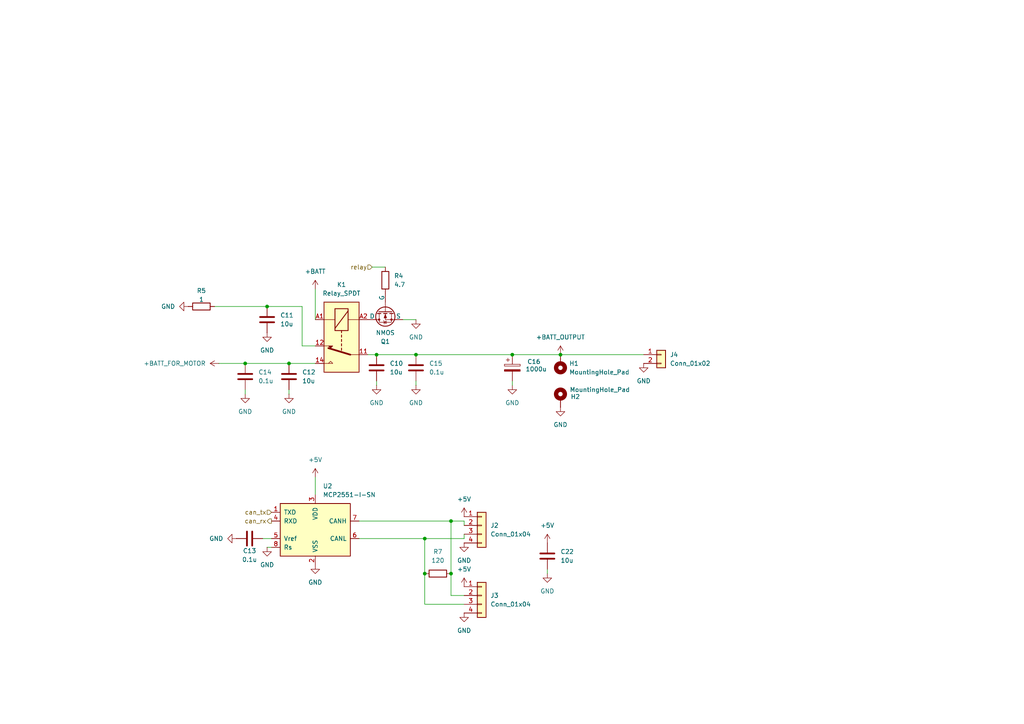
<source format=kicad_sch>
(kicad_sch (version 20231120) (generator "eeschema") (generator_version "8.0")
  (paper "A4")
  (lib_symbols
    (symbol "Connector_Generic:Conn_01x02" (pin_names (offset 1.016) hide)
      (property "Reference" "J" (at 0 2.54 0))
      (property "Value" "Conn_01x02" (at 0 -5.08 0))
      (symbol "Conn_01x02_1_1"
        (rectangle (start -1.27 -2.413) (end 0 -2.667) (stroke (width 0.1524)))
        (rectangle (start -1.27 0.127) (end 0 -0.127) (stroke (width 0.1524)))
        (rectangle (start -1.27 1.27) (end 1.27 -3.81) (stroke (width 0.254)) (fill (type background)))
        (pin passive line (at -5.08 0 0) (length 3.81) (name "Pin_1") (number "1"))
        (pin passive line (at -5.08 -2.54 0) (length 3.81) (name "Pin_2") (number "2"))
      )
    )
    (symbol "Connector_Generic:Conn_01x04" (pin_names (offset 1.016) hide)
      (property "Reference" "J" (at 0 5.08 0))
      (property "Value" "Conn_01x04" (at 0 -7.62 0))
      (symbol "Conn_01x04_1_1"
        (rectangle (start -1.27 -4.953) (end 0 -5.207) (stroke (width 0.1524)))
        (rectangle (start -1.27 -2.413) (end 0 -2.667) (stroke (width 0.1524)))
        (rectangle (start -1.27 0.127) (end 0 -0.127) (stroke (width 0.1524)))
        (rectangle (start -1.27 2.667) (end 0 2.413) (stroke (width 0.1524)))
        (rectangle (start -1.27 3.81) (end 1.27 -6.35) (stroke (width 0.254)) (fill (type background)))
        (pin passive line (at -5.08 2.54 0) (length 3.81) (name "Pin_1") (number "1"))
        (pin passive line (at -5.08 0 0) (length 3.81) (name "Pin_2") (number "2"))
        (pin passive line (at -5.08 -2.54 0) (length 3.81) (name "Pin_3") (number "3"))
        (pin passive line (at -5.08 -5.08 0) (length 3.81) (name "Pin_4") (number "4"))
      )
    )
    (symbol "Device:C" (pin_numbers hide) (pin_names (offset 0.254))
      (property "Reference" "C" (at 0.635 2.54 0))
      (property "Value" "C" (at 0.635 -2.54 0))
      (symbol "C_0_1"
        (polyline (pts (xy -2.032 -0.762) (xy 2.032 -0.762)) (stroke (width 0.508)))
        (polyline (pts (xy -2.032 0.762) (xy 2.032 0.762)) (stroke (width 0.508)))
      )
      (symbol "C_1_1"
        (pin passive line (at 0 3.81 270) (length 2.794) (name "~") (number "1"))
        (pin passive line (at 0 -3.81 90) (length 2.794) (name "~") (number "2"))
      )
    )
    (symbol "Device:C_Polarized" (pin_numbers hide) (pin_names (offset 0.254))
      (property "Reference" "C" (at 0.635 2.54 0))
      (property "Value" "C_Polarized" (at 0.635 -2.54 0))
      (symbol "C_Polarized_0_1"
        (rectangle (start -2.286 0.508) (end 2.286 1.016))
        (polyline (pts (xy -1.778 2.286) (xy -0.762 2.286)))
        (polyline (pts (xy -1.27 2.794) (xy -1.27 1.778)))
        (rectangle (start 2.286 -0.508) (end -2.286 -1.016) (fill (type outline)))
      )
      (symbol "C_Polarized_1_1"
        (pin passive line (at 0 3.81 270) (length 2.794) (name "~") (number "1"))
        (pin passive line (at 0 -3.81 90) (length 2.794) (name "~") (number "2"))
      )
    )
    (symbol "Device:R" (pin_numbers hide) (pin_names (offset 0))
      (property "Reference" "R" (at 2.032 0 90))
      (property "Value" "R" (at 0 0 90))
      (symbol "R_0_1"
        (rectangle (start -1.016 -2.54) (end 1.016 2.54) (stroke (width 0.254)))
      )
      (symbol "R_1_1"
        (pin passive line (at 0 3.81 270) (length 1.27) (name "~") (number "1"))
        (pin passive line (at 0 -3.81 90) (length 1.27) (name "~") (number "2"))
      )
    )
    (symbol "Interface_CAN_LIN:MCP2551-I-SN" (pin_names (offset 1.016))
      (property "Reference" "U" (at -10.16 8.89 0))
      (property "Value" "MCP2551-I-SN" (at 2.54 8.89 0))
      (symbol "MCP2551-I-SN_0_1"
        (rectangle (start -10.16 7.62) (end 10.16 -7.62) (stroke (width 0.254)) (fill (type background)))
      )
      (symbol "MCP2551-I-SN_1_1"
        (pin input line (at -12.7 5.08 0) (length 2.54) (name "TXD") (number "1"))
        (pin power_in line (at 0 -10.16 90) (length 2.54) (name "VSS") (number "2"))
        (pin power_in line (at 0 10.16 270) (length 2.54) (name "VDD") (number "3"))
        (pin output line (at -12.7 2.54 0) (length 2.54) (name "RXD") (number "4"))
        (pin power_out line (at -12.7 -2.54 0) (length 2.54) (name "Vref") (number "5"))
        (pin bidirectional line (at 12.7 -2.54 180) (length 2.54) (name "CANL") (number "6"))
        (pin bidirectional line (at 12.7 2.54 180) (length 2.54) (name "CANH") (number "7"))
        (pin input line (at -12.7 -5.08 0) (length 2.54) (name "Rs") (number "8"))
      )
    )
    (symbol "Mechanical:MountingHole_Pad" (pin_numbers hide) (pin_names (offset 1.016) hide) (exclude_from_sim yes) (in_bom no)
      (property "Reference" "H" (at 0 6.35 0))
      (property "Value" "MountingHole_Pad" (at 0 4.445 0))
      (symbol "MountingHole_Pad_0_1"
        (circle (center 0 1.27) (radius 1.27) (stroke (width 1.27)))
      )
      (symbol "MountingHole_Pad_1_1"
        (pin input line (at 0 -2.54 90) (length 2.54) (name "1") (number "1"))
      )
    )
    (symbol "Relay:Relay_SPDT"
      (property "Reference" "K" (at 11.43 3.81 0))
      (property "Value" "Relay_SPDT" (at 11.43 1.27 0))
      (symbol "Relay_SPDT_0_0"
        (polyline (pts (xy 7.62 5.08) (xy 7.62 2.54) (xy 6.985 3.175) (xy 7.62 3.81)))
      )
      (symbol "Relay_SPDT_0_1"
        (rectangle (start -10.16 5.08) (end 10.16 -5.08) (stroke (width 0.254)) (fill (type background)))
        (rectangle (start -8.255 1.905) (end -1.905 -1.905) (stroke (width 0.254)))
        (polyline (pts (xy -7.62 -1.905) (xy -2.54 1.905)) (stroke (width 0.254)))
        (polyline (pts (xy -5.08 -5.08) (xy -5.08 -1.905)))
        (polyline (pts (xy -5.08 5.08) (xy -5.08 1.905)))
        (polyline (pts (xy -1.905 0) (xy -1.27 0)) (stroke (width 0.254)))
        (polyline (pts (xy -0.635 0) (xy 0 0)) (stroke (width 0.254)))
        (polyline (pts (xy 0.635 0) (xy 1.27 0)) (stroke (width 0.254)))
        (polyline (pts (xy 1.905 0) (xy 2.54 0)) (stroke (width 0.254)))
        (polyline (pts (xy 3.175 0) (xy 3.81 0)) (stroke (width 0.254)))
        (polyline (pts (xy 5.08 -2.54) (xy 3.175 3.81)) (stroke (width 0.508)))
        (polyline (pts (xy 5.08 -2.54) (xy 5.08 -5.08)))
        (polyline (pts (xy 2.54 5.08) (xy 2.54 2.54) (xy 3.175 3.175) (xy 2.54 3.81)) (fill (type outline)))
      )
      (symbol "Relay_SPDT_1_1"
        (pin passive line (at 5.08 -7.62 90) (length 2.54) (name "~") (number "11"))
        (pin passive line (at 2.54 7.62 270) (length 2.54) (name "~") (number "12"))
        (pin passive line (at 7.62 7.62 270) (length 2.54) (name "~") (number "14"))
        (pin passive line (at -5.08 7.62 270) (length 2.54) (name "~") (number "A1"))
        (pin passive line (at -5.08 -7.62 90) (length 2.54) (name "~") (number "A2"))
      )
    )
    (symbol "Simulation_SPICE:NMOS" (pin_numbers hide) (pin_names (offset 0))
      (property "Reference" "Q" (at 5.08 1.27 0))
      (property "Value" "NMOS" (at 5.08 -1.27 0))
      (symbol "NMOS_0_1"
        (polyline (pts (xy 0.254 0) (xy -2.54 0)))
        (polyline (pts (xy 0.254 1.905) (xy 0.254 -1.905)) (stroke (width 0.254)))
        (polyline (pts (xy 0.762 -1.27) (xy 0.762 -2.286)) (stroke (width 0.254)))
        (polyline (pts (xy 0.762 0.508) (xy 0.762 -0.508)) (stroke (width 0.254)))
        (polyline (pts (xy 0.762 2.286) (xy 0.762 1.27)) (stroke (width 0.254)))
        (polyline (pts (xy 2.54 2.54) (xy 2.54 1.778)))
        (polyline (pts (xy 2.54 -2.54) (xy 2.54 0) (xy 0.762 0)))
        (polyline (pts (xy 0.762 -1.778) (xy 3.302 -1.778) (xy 3.302 1.778) (xy 0.762 1.778)))
        (polyline (pts (xy 1.016 0) (xy 2.032 0.381) (xy 2.032 -0.381) (xy 1.016 0)) (fill (type outline)))
        (polyline (pts (xy 2.794 0.508) (xy 2.921 0.381) (xy 3.683 0.381) (xy 3.81 0.254)))
        (polyline (pts (xy 3.302 0.381) (xy 2.921 -0.254) (xy 3.683 -0.254) (xy 3.302 0.381)))
        (circle (center 1.651 0) (radius 2.794) (stroke (width 0.254)))
        (circle (center 2.54 -1.778) (radius 0.254) (fill (type outline)))
        (circle (center 2.54 1.778) (radius 0.254) (fill (type outline)))
      )
      (symbol "NMOS_1_1"
        (pin passive line (at 2.54 5.08 270) (length 2.54) (name "D") (number "1"))
        (pin input line (at -5.08 0 0) (length 2.54) (name "G") (number "2"))
        (pin passive line (at 2.54 -5.08 90) (length 2.54) (name "S") (number "3"))
      )
    )
    (symbol "power:+5V" (power) (pin_numbers hide) (pin_names (offset 0) hide)
      (property "Value" "+5V" (at 0 3.556 0))
      (symbol "+5V_0_1"
        (polyline (pts (xy -0.762 1.27) (xy 0 2.54)))
        (polyline (pts (xy 0 0) (xy 0 2.54)))
        (polyline (pts (xy 0 2.54) (xy 0.762 1.27)))
      )
      (symbol "+5V_1_1"
        (pin power_in line (at 0 0 90) (length 0) (name "~") (number "1"))
      )
    )
    (symbol "power:+BATT" (power) (pin_numbers hide) (pin_names (offset 0) hide)
      (property "Value" "+BATT" (at 0 3.556 0))
      (symbol "+BATT_0_1"
        (polyline (pts (xy -0.762 1.27) (xy 0 2.54)))
        (polyline (pts (xy 0 0) (xy 0 2.54)))
        (polyline (pts (xy 0 2.54) (xy 0.762 1.27)))
      )
      (symbol "+BATT_1_1"
        (pin power_in line (at 0 0 90) (length 0) (name "~") (number "1"))
      )
    )
    (symbol "power:GND" (power) (pin_numbers hide) (pin_names (offset 0) hide)
      (property "Value" "GND" (at 0 -3.81 0))
      (symbol "GND_0_1"
        (polyline (pts (xy 0 0) (xy 0 -1.27) (xy 1.27 -1.27) (xy 0 -2.54) (xy -1.27 -1.27) (xy 0 -1.27)))
      )
      (symbol "GND_1_1"
        (pin power_in line (at 0 0 270) (length 0) (name "~") (number "1"))
      )
    )
  )
  (junction (at 77.47 88.9))
  (junction (at 123.19 156.21))
  (junction (at 130.81 166.37))
  (junction (at 130.81 151.13))
  (junction (at 123.19 166.37))
  (junction (at 109.22 102.87))
  (junction (at 148.59 102.87))
  (junction (at 83.82 105.41))
  (junction (at 71.12 105.41))
  (junction (at 120.65 102.87))
  (junction (at 162.56 102.87))
  (wire (pts (xy 109.22 110.49) (xy 109.22 111.76)))
  (wire (pts (xy 134.62 172.72) (xy 130.81 172.72)))
  (wire (pts (xy 148.59 110.49) (xy 148.59 111.76)))
  (wire (pts (xy 71.12 113.03) (xy 71.12 114.3)))
  (wire (pts (xy 120.65 102.87) (xy 148.59 102.87)))
  (wire (pts (xy 158.75 165.1) (xy 158.75 166.37)))
  (wire (pts (xy 123.19 166.37) (xy 123.19 156.21)))
  (wire (pts (xy 83.82 105.41) (xy 91.44 105.41)))
  (wire (pts (xy 104.14 156.21) (xy 123.19 156.21)))
  (wire (pts (xy 120.65 92.71) (xy 116.84 92.71)))
  (wire (pts (xy 148.59 102.87) (xy 162.56 102.87)))
  (wire (pts (xy 63.5 105.41) (xy 71.12 105.41)))
  (wire (pts (xy 77.47 158.75) (xy 78.74 158.75)))
  (wire (pts (xy 91.44 138.43) (xy 91.44 143.51)))
  (wire (pts (xy 134.62 151.13) (xy 134.62 152.4)))
  (wire (pts (xy 106.68 102.87) (xy 109.22 102.87)))
  (wire (pts (xy 123.19 175.26) (xy 123.19 166.37)))
  (wire (pts (xy 130.81 151.13) (xy 134.62 151.13)))
  (wire (pts (xy 71.12 105.41) (xy 83.82 105.41)))
  (wire (pts (xy 104.14 151.13) (xy 130.81 151.13)))
  (wire (pts (xy 76.2 156.21) (xy 78.74 156.21)))
  (wire (pts (xy 87.63 100.33) (xy 87.63 88.9)))
  (wire (pts (xy 109.22 102.87) (xy 120.65 102.87)))
  (wire (pts (xy 162.56 102.87) (xy 186.69 102.87)))
  (wire (pts (xy 130.81 172.72) (xy 130.81 166.37)))
  (wire (pts (xy 120.65 110.49) (xy 120.65 111.76)))
  (wire (pts (xy 130.81 151.13) (xy 130.81 166.37)))
  (wire (pts (xy 123.19 156.21) (xy 134.62 156.21)))
  (wire (pts (xy 134.62 156.21) (xy 134.62 154.94)))
  (wire (pts (xy 91.44 100.33) (xy 87.63 100.33)))
  (wire (pts (xy 87.63 88.9) (xy 77.47 88.9)))
  (wire (pts (xy 83.82 113.03) (xy 83.82 114.3)))
  (wire (pts (xy 62.23 88.9) (xy 77.47 88.9)))
  (wire (pts (xy 91.44 83.82) (xy 91.44 92.71)))
  (wire (pts (xy 123.19 175.26) (xy 134.62 175.26)))
  (wire (pts (xy 111.76 77.47) (xy 107.95 77.47)))
  (hierarchical_label "can_tx" (shape input) (at 78.74 148.59 180))
  (hierarchical_label "can_rx" (shape output) (at 78.74 151.13 180))
  (hierarchical_label "relay" (shape input) (at 107.95 77.47 180))
  (symbol (lib_id "power:+BATT") (at 63.5 105.41 90) (unit 1)
    (property "Reference" "#PWR023" (effects (hide yes)))
    (property "Value" "+BATT_FOR_MOTOR" (at 59.69 105.4099 90) (effects (justify left)))
    (property "Description" "Power symbol creates a global label with name \"+BATT\"" (effects (hide yes)))
  )
  (symbol (lib_id "Device:C") (at 83.82 109.22 0) (unit 1)
    (property "Reference" "C12" (at 87.63 107.9499 0) (effects (justify left)))
    (property "Value" "10u" (at 87.63 110.4899 0) (effects (justify left)))
    (property "Footprint" "Capacitor_SMD:C_0805_2012Metric" (effects (hide yes)))
    (property "Description" "Unpolarized capacitor" (effects (hide yes)))
  )
  (symbol (lib_id "power:+BATT") (at 162.56 102.87 0) (unit 1)
    (property "Reference" "#PWR021" (effects (hide yes)))
    (property "Value" "+BATT_OUTPUT" (at 162.56 97.79 0))
    (property "Description" "Power symbol creates a global label with name \"+BATT\"" (effects (hide yes)))
  )
  (symbol (lib_id "Device:C") (at 158.75 161.29 0) (unit 1)
    (property "Reference" "C22" (at 162.56 160.0199 0) (effects (justify left)))
    (property "Value" "10u" (at 162.56 162.5599 0) (effects (justify left)))
    (property "Footprint" "Capacitor_SMD:C_0805_2012Metric" (effects (hide yes)))
    (property "Description" "Unpolarized capacitor" (effects (hide yes)))
  )
  (symbol (lib_id "Connector_Generic:Conn_01x04") (at 139.7 152.4 0) (unit 1)
    (property "Reference" "J2" (at 142.24 152.3999 0) (effects (justify left)))
    (property "Value" "Conn_01x04" (at 142.24 154.9399 0) (effects (justify left)))
    (property "Footprint" "Connector_JST:JST_XH_B4B-XH-A_1x04_P2.50mm_Vertical" (effects (hide yes)))
    (property "Description" "Generic connector, single row, 01x04, script generated (kicad-library-utils/schlib/autogen/connector/)" (effects (hide yes)))
  )
  (symbol (lib_id "power:GND") (at 134.62 177.8 0) (unit 1)
    (property "Reference" "#PWR037" (effects (hide yes)))
    (property "Value" "GND" (at 134.62 182.88 0))
    (property "Description" "Power symbol creates a global label with name \"GND\" , ground" (effects (hide yes)))
  )
  (symbol (lib_id "Simulation_SPICE:NMOS") (at 111.76 90.17 90) (mirror x) (unit 1)
    (property "Reference" "Q1" (at 111.76 99.06 90))
    (property "Value" "NMOS" (at 111.76 96.52 90))
    (property "Footprint" "power_board2:SOT95P280X100-3N" (effects (hide yes)))
    (property "Datasheet" "https://ngspice.sourceforge.io/docs/ngspice-html-manual/manual.xhtml#cha_MOSFETs" (effects (hide yes)))
    (property "Description" "N-MOSFET transistor, drain/source/gate" (effects (hide yes)))
    (property "Sim.Device" "NMOS" (effects (hide yes)))
    (property "Sim.Type" "VDMOS" (effects (hide yes)))
    (property "Sim.Pins" "1=D 2=G 3=S" (effects (hide yes)))
  )
  (symbol (lib_id "power:GND") (at 134.62 157.48 0) (unit 1)
    (property "Reference" "#PWR035" (effects (hide yes)))
    (property "Value" "GND" (at 134.62 162.56 0))
    (property "Description" "Power symbol creates a global label with name \"GND\" , ground" (effects (hide yes)))
  )
  (symbol (lib_id "Connector_Generic:Conn_01x04") (at 139.7 172.72 0) (unit 1)
    (property "Reference" "J3" (at 142.24 172.7199 0) (effects (justify left)))
    (property "Value" "Conn_01x04" (at 142.24 175.2599 0) (effects (justify left)))
    (property "Footprint" "Connector_JST:JST_XH_B4B-XH-A_1x04_P2.50mm_Vertical" (effects (hide yes)))
    (property "Description" "Generic connector, single row, 01x04, script generated (kicad-library-utils/schlib/autogen/connector/)" (effects (hide yes)))
  )
  (symbol (lib_id "power:GND") (at 71.12 114.3 0) (unit 1)
    (property "Reference" "#PWR069" (effects (hide yes)))
    (property "Value" "GND" (at 71.12 119.38 0))
    (property "Description" "Power symbol creates a global label with name \"GND\" , ground" (effects (hide yes)))
  )
  (symbol (lib_id "power:GND") (at 77.47 158.75 0) (unit 1)
    (property "Reference" "#PWR027" (effects (hide yes)))
    (property "Value" "GND" (at 77.47 163.83 0))
    (property "Description" "Power symbol creates a global label with name \"GND\" , ground" (effects (hide yes)))
  )
  (symbol (lib_id "Device:R") (at 111.76 81.28 0) (unit 1)
    (property "Reference" "R4" (at 114.3 80.0099 0) (effects (justify left)))
    (property "Value" "4.7" (at 114.3 82.5499 0) (effects (justify left)))
    (property "Footprint" "Resistor_SMD:R_0603_1608Metric" (effects (hide yes)))
    (property "Description" "Resistor" (effects (hide yes)))
  )
  (symbol (lib_id "power:+BATT") (at 91.44 83.82 0) (unit 1)
    (property "Reference" "#PWR033" (effects (hide yes)))
    (property "Value" "+BATT" (at 91.44 78.74 0))
    (property "Description" "Power symbol creates a global label with name \"+BATT\"" (effects (hide yes)))
  )
  (symbol (lib_id "power:GND") (at 120.65 111.76 0) (unit 1)
    (property "Reference" "#PWR038" (effects (hide yes)))
    (property "Value" "GND" (at 120.65 116.84 0))
    (property "Description" "Power symbol creates a global label with name \"GND\" , ground" (effects (hide yes)))
  )
  (symbol (lib_id "power:+5V") (at 91.44 138.43 0) (unit 1)
    (property "Reference" "#PWR030" (effects (hide yes)))
    (property "Value" "+5V" (at 91.44 133.35 0))
    (property "Description" "Power symbol creates a global label with name \"+5V\"" (effects (hide yes)))
  )
  (symbol (lib_id "Device:R") (at 58.42 88.9 90) (unit 1)
    (property "Reference" "R5" (at 58.42 84.328 90))
    (property "Value" "1" (at 58.42 86.868 90))
    (property "Footprint" "power_board2:TWW20J1R0E" (effects (hide yes)))
    (property "Description" "Resistor" (effects (hide yes)))
  )
  (symbol (lib_id "Mechanical:MountingHole_Pad") (at 162.56 115.57 0) (unit 1) (exclude_from_sim yes) (in_bom no)
    (property "Reference" "H2" (at 166.878 115.062 0))
    (property "Value" "MountingHole_Pad" (at 173.99 113.03 0))
    (property "Footprint" "MountingHole:MountingHole_4.3mm_M4_Pad_Via" (effects (hide yes)))
    (property "Description" "Mounting Hole with connection" (effects (hide yes)))
  )
  (symbol (lib_id "power:GND") (at 83.82 114.3 0) (unit 1)
    (property "Reference" "#PWR029" (effects (hide yes)))
    (property "Value" "GND" (at 83.82 119.38 0))
    (property "Description" "Power symbol creates a global label with name \"GND\" , ground" (effects (hide yes)))
  )
  (symbol (lib_id "Mechanical:MountingHole_Pad") (at 162.56 105.41 180) (unit 1) (exclude_from_sim yes) (in_bom no)
    (property "Reference" "H1" (at 165.1 105.4099 0) (effects (justify right)))
    (property "Value" "MountingHole_Pad" (at 165.1 107.9499 0) (effects (justify right)))
    (property "Footprint" "MountingHole:MountingHole_4.3mm_M4_Pad_Via" (effects (hide yes)))
    (property "Description" "Mounting Hole with connection" (effects (hide yes)))
  )
  (symbol (lib_id "Device:C") (at 109.22 106.68 0) (unit 1)
    (property "Reference" "C10" (at 113.03 105.4099 0) (effects (justify left)))
    (property "Value" "10u" (at 113.03 107.9499 0) (effects (justify left)))
    (property "Footprint" "Capacitor_SMD:C_0805_2012Metric" (effects (hide yes)))
    (property "Description" "Unpolarized capacitor" (effects (hide yes)))
  )
  (symbol (lib_id "Device:C") (at 120.65 106.68 0) (unit 1)
    (property "Reference" "C15" (at 124.46 105.4099 0) (effects (justify left)))
    (property "Value" "0.1u" (at 124.46 107.9499 0) (effects (justify left)))
    (property "Footprint" "Capacitor_SMD:C_0603_1608Metric" (effects (hide yes)))
    (property "Description" "Unpolarized capacitor" (effects (hide yes)))
  )
  (symbol (lib_id "Interface_CAN_LIN:MCP2551-I-SN") (at 91.44 153.67 0) (unit 1)
    (property "Reference" "U2" (at 93.6341 140.97 0) (effects (justify left)))
    (property "Value" "MCP2551-I-SN" (at 93.6341 143.51 0) (effects (justify left)))
    (property "Footprint" "power_board2:SOIC127P600X175-8N" (effects (hide yes)))
    (property "Datasheet" "http://ww1.microchip.com/downloads/en/devicedoc/21667d.pdf" (effects (hide yes)))
    (property "Description" "High-Speed CAN Transceiver, 1Mbps, 5V supply, SOIC-8" (effects (hide yes)))
  )
  (symbol (lib_id "power:GND") (at 120.65 92.71 0) (unit 1)
    (property "Reference" "#PWR026" (effects (hide yes)))
    (property "Value" "GND" (at 120.65 97.79 0))
    (property "Description" "Power symbol creates a global label with name \"GND\" , ground" (effects (hide yes)))
  )
  (symbol (lib_id "power:GND") (at 162.56 118.11 0) (unit 1)
    (property "Reference" "#PWR040" (effects (hide yes)))
    (property "Value" "GND" (at 162.56 123.19 0))
    (property "Description" "Power symbol creates a global label with name \"GND\" , ground" (effects (hide yes)))
  )
  (symbol (lib_id "power:GND") (at 158.75 166.37 0) (unit 1)
    (property "Reference" "#PWR047" (effects (hide yes)))
    (property "Value" "GND" (at 158.75 171.45 0))
    (property "Description" "Power symbol creates a global label with name \"GND\" , ground" (effects (hide yes)))
  )
  (symbol (lib_id "Relay:Relay_SPDT") (at 99.06 97.79 90) (mirror x) (unit 1)
    (property "Reference" "K1" (at 99.06 82.55 90))
    (property "Value" "Relay_SPDT" (at 99.06 85.09 90))
    (property "Footprint" "power_board2:RD-700112-DN" (effects (hide yes)))
    (property "Description" "Monostable Relay SPDT, EN50005" (effects (hide yes)))
  )
  (symbol (lib_id "power:+5V") (at 134.62 170.18 0) (unit 1)
    (property "Reference" "#PWR036" (effects (hide yes)))
    (property "Value" "+5V" (at 134.62 165.1 0))
    (property "Description" "Power symbol creates a global label with name \"+5V\"" (effects (hide yes)))
  )
  (symbol (lib_id "power:GND") (at 109.22 111.76 0) (unit 1)
    (property "Reference" "#PWR032" (effects (hide yes)))
    (property "Value" "GND" (at 109.22 116.84 0))
    (property "Description" "Power symbol creates a global label with name \"GND\" , ground" (effects (hide yes)))
  )
  (symbol (lib_id "power:GND") (at 77.47 96.52 0) (unit 1)
    (property "Reference" "#PWR025" (effects (hide yes)))
    (property "Value" "GND" (at 77.47 101.6 0))
    (property "Description" "Power symbol creates a global label with name \"GND\" , ground" (effects (hide yes)))
  )
  (symbol (lib_id "power:GND") (at 68.58 156.21 270) (unit 1)
    (property "Reference" "#PWR028" (effects (hide yes)))
    (property "Value" "GND" (at 64.77 156.2099 90) (effects (justify right)))
    (property "Description" "Power symbol creates a global label with name \"GND\" , ground" (effects (hide yes)))
  )
  (symbol (lib_id "Device:C") (at 72.39 156.21 90) (unit 1)
    (property "Reference" "C13" (at 72.39 159.766 90))
    (property "Value" "0.1u" (at 72.39 162.306 90))
    (property "Footprint" "Capacitor_SMD:C_0603_1608Metric" (effects (hide yes)))
    (property "Description" "Unpolarized capacitor" (effects (hide yes)))
  )
  (symbol (lib_id "power:GND") (at 148.59 111.76 0) (unit 1)
    (property "Reference" "#PWR039" (effects (hide yes)))
    (property "Value" "GND" (at 148.59 116.84 0))
    (property "Description" "Power symbol creates a global label with name \"GND\" , ground" (effects (hide yes)))
  )
  (symbol (lib_id "power:+5V") (at 134.62 149.86 0) (unit 1)
    (property "Reference" "#PWR034" (effects (hide yes)))
    (property "Value" "+5V" (at 134.62 144.78 0))
    (property "Description" "Power symbol creates a global label with name \"+5V\"" (effects (hide yes)))
  )
  (symbol (lib_id "power:GND") (at 186.69 105.41 0) (unit 1)
    (property "Reference" "#PWR041" (effects (hide yes)))
    (property "Value" "GND" (at 186.69 110.49 0))
    (property "Description" "Power symbol creates a global label with name \"GND\" , ground" (effects (hide yes)))
  )
  (symbol (lib_id "Connector_Generic:Conn_01x02") (at 191.77 102.87 0) (unit 1)
    (property "Reference" "J4" (at 194.31 102.8699 0) (effects (justify left)))
    (property "Value" "Conn_01x02" (at 194.31 105.4099 0) (effects (justify left)))
    (property "Footprint" "Connector_AMASS:AMASS_XT60-M_1x02_P7.20mm_Vertical" (effects (hide yes)))
    (property "Description" "Generic connector, single row, 01x02, script generated (kicad-library-utils/schlib/autogen/connector/)" (effects (hide yes)))
  )
  (symbol (lib_id "Device:C") (at 71.12 109.22 0) (unit 1)
    (property "Reference" "C14" (at 74.93 107.9499 0) (effects (justify left)))
    (property "Value" "0.1u" (at 74.93 110.4899 0) (effects (justify left)))
    (property "Footprint" "Capacitor_SMD:C_0603_1608Metric" (effects (hide yes)))
    (property "Description" "Unpolarized capacitor" (effects (hide yes)))
  )
  (symbol (lib_id "Device:C_Polarized") (at 148.59 106.68 0) (unit 1)
    (property "Reference" "C16" (at 152.908 104.902 0) (effects (justify left)))
    (property "Value" "1000u" (at 152.4 107.0609 0) (effects (justify left)))
    (property "Footprint" "power_board2:CAPPRD500W65D1275H2200" (effects (hide yes)))
    (property "Description" "Polarized capacitor" (effects (hide yes)))
  )
  (symbol (lib_id "power:GND") (at 54.61 88.9 270) (unit 1)
    (property "Reference" "#PWR022" (effects (hide yes)))
    (property "Value" "GND" (at 50.8 88.8999 90) (effects (justify right)))
    (property "Description" "Power symbol creates a global label with name \"GND\" , ground" (effects (hide yes)))
  )
  (symbol (lib_id "power:+5V") (at 158.75 157.48 0) (unit 1)
    (property "Reference" "#PWR071" (effects (hide yes)))
    (property "Value" "+5V" (at 158.75 152.4 0))
    (property "Description" "Power symbol creates a global label with name \"+5V\"" (effects (hide yes)))
  )
  (symbol (lib_id "Device:R") (at 127 166.37 90) (unit 1)
    (property "Reference" "R7" (at 127 160.02 90))
    (property "Value" "120" (at 127 162.56 90))
    (property "Footprint" "Resistor_SMD:R_0603_1608Metric" (effects (hide yes)))
    (property "Description" "Resistor" (effects (hide yes)))
  )
  (symbol (lib_id "Device:C") (at 77.47 92.71 0) (unit 1)
    (property "Reference" "C11" (at 81.28 91.4399 0) (effects (justify left)))
    (property "Value" "10u" (at 81.28 93.9799 0) (effects (justify left)))
    (property "Footprint" "Capacitor_SMD:C_0805_2012Metric" (effects (hide yes)))
    (property "Description" "Unpolarized capacitor" (effects (hide yes)))
  )
  (symbol (lib_id "power:GND") (at 91.44 163.83 0) (unit 1)
    (property "Reference" "#PWR031" (effects (hide yes)))
    (property "Value" "GND" (at 91.44 168.91 0))
    (property "Description" "Power symbol creates a global label with name \"GND\" , ground" (effects (hide yes)))
  )
)
</source>
